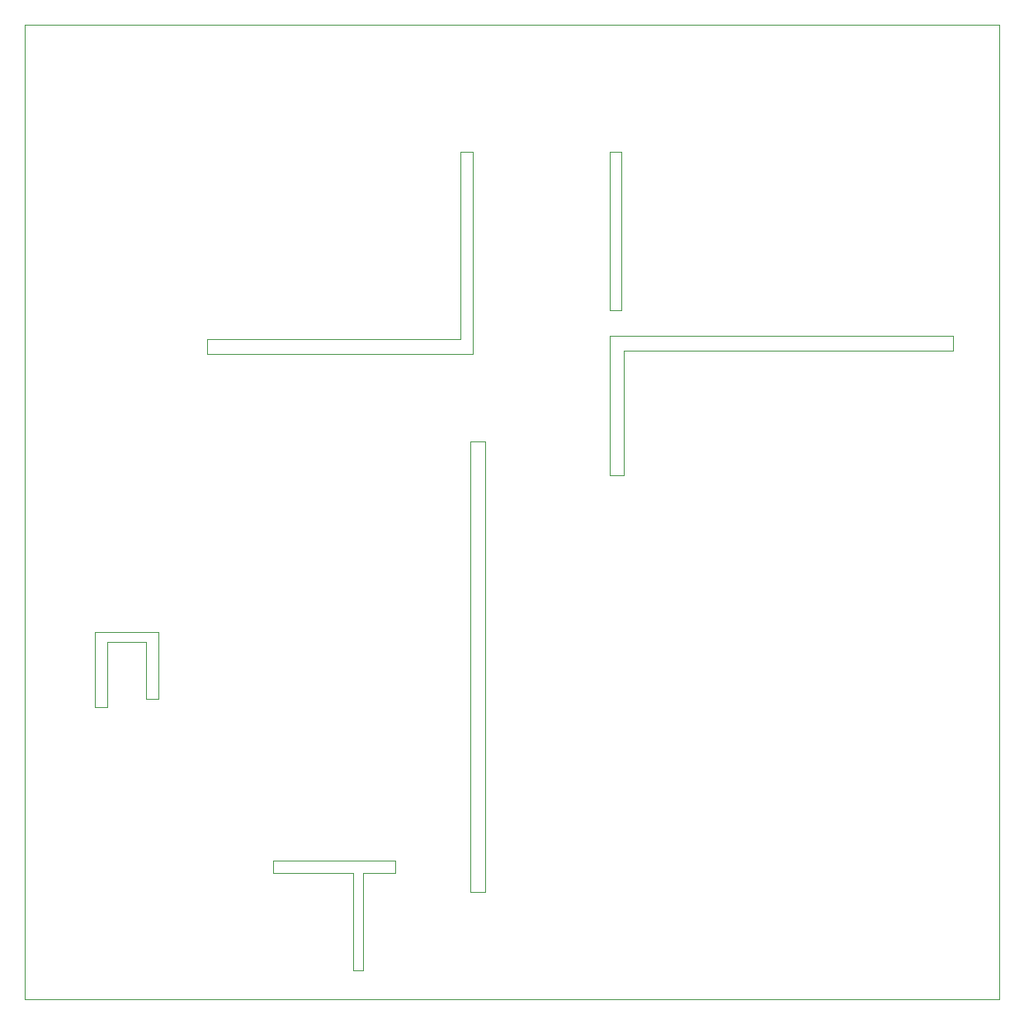
<source format=gm1>
G04 #@! TF.GenerationSoftware,KiCad,Pcbnew,8.0.6*
G04 #@! TF.CreationDate,2024-12-03T19:12:37+01:00*
G04 #@! TF.ProjectId,HomeAutomationESP32C2mini_2024,486f6d65-4175-4746-9f6d-6174696f6e45,Rev A*
G04 #@! TF.SameCoordinates,Original*
G04 #@! TF.FileFunction,Profile,NP*
%FSLAX46Y46*%
G04 Gerber Fmt 4.6, Leading zero omitted, Abs format (unit mm)*
G04 Created by KiCad (PCBNEW 8.0.6) date 2024-12-03 19:12:37*
%MOMM*%
%LPD*%
G01*
G04 APERTURE LIST*
G04 #@! TA.AperFunction,Profile*
%ADD10C,0.050000*%
G04 #@! TD*
G04 APERTURE END LIST*
D10*
X84750000Y-137000000D02*
X88000000Y-137000000D01*
X150000000Y-50000000D02*
X50000000Y-50000000D01*
X96000000Y-82250000D02*
X96000000Y-83750000D01*
X63750000Y-112300000D02*
X57200000Y-112300000D01*
X68750000Y-83750000D02*
X68750000Y-82250000D01*
X62500000Y-113300000D02*
X62500000Y-119200000D01*
X57200000Y-112300000D02*
X57200000Y-120000000D01*
X94750000Y-63000000D02*
X94750000Y-82250000D01*
X111500000Y-83445000D02*
X145250000Y-83445000D01*
X62500000Y-119200000D02*
X63750000Y-119200000D01*
X110000000Y-63000000D02*
X111250000Y-63000000D01*
X57200000Y-120000000D02*
X58500000Y-120000000D01*
X111500000Y-96195000D02*
X111500000Y-83445000D01*
X50000000Y-50000000D02*
X50000000Y-150000000D01*
X95750000Y-139000000D02*
X95750000Y-92750000D01*
X96000000Y-82250000D02*
X96000000Y-63000000D01*
X97250000Y-92750000D02*
X97250000Y-139000000D01*
X75500000Y-135750000D02*
X75500000Y-137000000D01*
X63750000Y-119200000D02*
X63750000Y-112300000D01*
X111750000Y-81945000D02*
X110000000Y-81945000D01*
X83750000Y-137000000D02*
X83750000Y-147000000D01*
X110000000Y-96195000D02*
X111500000Y-96195000D01*
X145250000Y-81945000D02*
X111750000Y-81945000D01*
X68750000Y-82250000D02*
X94750000Y-82250000D01*
X96000000Y-83750000D02*
X68750000Y-83750000D01*
X75500000Y-137000000D02*
X83750000Y-137000000D01*
X95750000Y-92750000D02*
X97250000Y-92750000D01*
X83750000Y-147000000D02*
X84750000Y-147000000D01*
X111250000Y-79250000D02*
X110000000Y-79250000D01*
X88000000Y-137000000D02*
X88000000Y-135750000D01*
X145250000Y-83445000D02*
X145250000Y-81945000D01*
X150000000Y-150000000D02*
X150000000Y-50000000D01*
X111250000Y-63000000D02*
X111250000Y-79250000D01*
X58500000Y-113300000D02*
X62500000Y-113300000D01*
X110000000Y-79250000D02*
X110000000Y-63000000D01*
X97250000Y-139000000D02*
X95750000Y-139000000D01*
X84750000Y-147000000D02*
X84750000Y-137000000D01*
X58500000Y-120000000D02*
X58500000Y-113300000D01*
X50000000Y-150000000D02*
X150000000Y-150000000D01*
X88000000Y-135750000D02*
X75500000Y-135750000D01*
X96000000Y-63000000D02*
X94750000Y-63000000D01*
X110000000Y-81945000D02*
X110000000Y-96195000D01*
M02*

</source>
